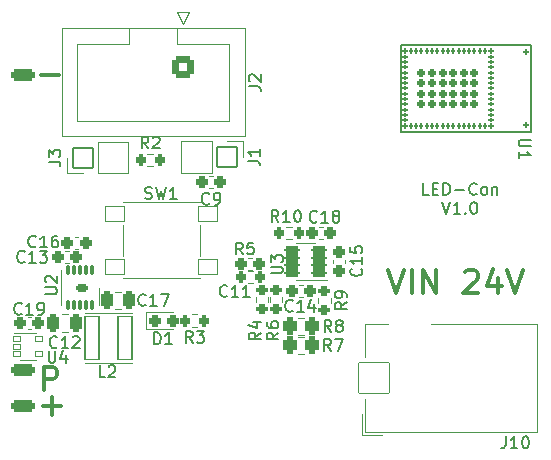
<source format=gto>
G04 #@! TF.GenerationSoftware,KiCad,Pcbnew,(6.0.7)*
G04 #@! TF.CreationDate,2022-10-27T11:46:26+02:00*
G04 #@! TF.ProjectId,Steuerung,53746575-6572-4756-9e67-2e6b69636164,rev?*
G04 #@! TF.SameCoordinates,Original*
G04 #@! TF.FileFunction,Legend,Top*
G04 #@! TF.FilePolarity,Positive*
%FSLAX46Y46*%
G04 Gerber Fmt 4.6, Leading zero omitted, Abs format (unit mm)*
G04 Created by KiCad (PCBNEW (6.0.7)) date 2022-10-27 11:46:26*
%MOMM*%
%LPD*%
G01*
G04 APERTURE LIST*
G04 Aperture macros list*
%AMRoundRect*
0 Rectangle with rounded corners*
0 $1 Rounding radius*
0 $2 $3 $4 $5 $6 $7 $8 $9 X,Y pos of 4 corners*
0 Add a 4 corners polygon primitive as box body*
4,1,4,$2,$3,$4,$5,$6,$7,$8,$9,$2,$3,0*
0 Add four circle primitives for the rounded corners*
1,1,$1+$1,$2,$3*
1,1,$1+$1,$4,$5*
1,1,$1+$1,$6,$7*
1,1,$1+$1,$8,$9*
0 Add four rect primitives between the rounded corners*
20,1,$1+$1,$2,$3,$4,$5,0*
20,1,$1+$1,$4,$5,$6,$7,0*
20,1,$1+$1,$6,$7,$8,$9,0*
20,1,$1+$1,$8,$9,$2,$3,0*%
G04 Aperture macros list end*
%ADD10C,0.150000*%
%ADD11C,0.300000*%
%ADD12C,0.120000*%
%ADD13RoundRect,0.275000X0.225000X0.250000X-0.225000X0.250000X-0.225000X-0.250000X0.225000X-0.250000X0*%
%ADD14RoundRect,0.250000X-0.200000X-0.275000X0.200000X-0.275000X0.200000X0.275000X-0.200000X0.275000X0*%
%ADD15RoundRect,0.300000X-0.750000X-0.250000X0.750000X-0.250000X0.750000X0.250000X-0.750000X0.250000X0*%
%ADD16RoundRect,0.300000X0.250000X0.475000X-0.250000X0.475000X-0.250000X-0.475000X0.250000X-0.475000X0*%
%ADD17RoundRect,0.275000X0.250000X-0.225000X0.250000X0.225000X-0.250000X0.225000X-0.250000X-0.225000X0*%
%ADD18RoundRect,0.137500X-0.087500X0.087500X-0.087500X-0.087500X0.087500X-0.087500X0.087500X0.087500X0*%
%ADD19RoundRect,0.125000X-0.075000X0.100000X-0.075000X-0.100000X0.075000X-0.100000X0.075000X0.100000X0*%
%ADD20RoundRect,0.125000X-0.100000X-0.075000X0.100000X-0.075000X0.100000X0.075000X-0.100000X0.075000X0*%
%ADD21RoundRect,0.125000X0.075000X-0.100000X0.075000X0.100000X-0.075000X0.100000X-0.075000X-0.100000X0*%
%ADD22RoundRect,0.125000X0.100000X0.075000X-0.100000X0.075000X-0.100000X-0.075000X0.100000X-0.075000X0*%
%ADD23RoundRect,0.200000X0.150000X0.150000X-0.150000X0.150000X-0.150000X-0.150000X0.150000X-0.150000X0*%
%ADD24RoundRect,0.157500X0.107500X0.107500X-0.107500X0.107500X-0.107500X-0.107500X0.107500X-0.107500X0*%
%ADD25RoundRect,0.268750X-0.218750X-0.256250X0.218750X-0.256250X0.218750X0.256250X-0.218750X0.256250X0*%
%ADD26RoundRect,0.050000X-0.325000X-0.200000X0.325000X-0.200000X0.325000X0.200000X-0.325000X0.200000X0*%
%ADD27RoundRect,0.050000X0.775000X0.650000X-0.775000X0.650000X-0.775000X-0.650000X0.775000X-0.650000X0*%
%ADD28C,3.300000*%
%ADD29RoundRect,0.250000X-0.275000X0.200000X-0.275000X-0.200000X0.275000X-0.200000X0.275000X0.200000X0*%
%ADD30RoundRect,0.050000X-0.600000X-1.850000X0.600000X-1.850000X0.600000X1.850000X-0.600000X1.850000X0*%
%ADD31RoundRect,0.050000X1.300000X-1.300000X1.300000X1.300000X-1.300000X1.300000X-1.300000X-1.300000X0*%
%ADD32C,2.700000*%
%ADD33RoundRect,0.112500X-0.062500X0.350000X-0.062500X-0.350000X0.062500X-0.350000X0.062500X0.350000X0*%
%ADD34RoundRect,0.205000X-0.335000X0.155000X-0.335000X-0.155000X0.335000X-0.155000X0.335000X0.155000X0*%
%ADD35RoundRect,0.250000X0.200000X0.275000X-0.200000X0.275000X-0.200000X-0.275000X0.200000X-0.275000X0*%
%ADD36RoundRect,0.300000X-0.600000X0.600000X-0.600000X-0.600000X0.600000X-0.600000X0.600000X0.600000X0*%
%ADD37C,1.800000*%
%ADD38RoundRect,0.050000X-0.850000X0.850000X-0.850000X-0.850000X0.850000X-0.850000X0.850000X0.850000X0*%
%ADD39O,1.800000X1.800000*%
%ADD40RoundRect,0.050000X0.850000X-0.850000X0.850000X0.850000X-0.850000X0.850000X-0.850000X-0.850000X0*%
%ADD41RoundRect,0.300000X-0.262500X-0.450000X0.262500X-0.450000X0.262500X0.450000X-0.262500X0.450000X0*%
%ADD42RoundRect,0.175000X0.537500X0.125000X-0.537500X0.125000X-0.537500X-0.125000X0.537500X-0.125000X0*%
%ADD43RoundRect,0.275000X-0.225000X-0.250000X0.225000X-0.250000X0.225000X0.250000X-0.225000X0.250000X0*%
G04 APERTURE END LIST*
D10*
X183833333Y-87647380D02*
X183357142Y-87647380D01*
X183357142Y-86647380D01*
X184166666Y-87123571D02*
X184500000Y-87123571D01*
X184642857Y-87647380D02*
X184166666Y-87647380D01*
X184166666Y-86647380D01*
X184642857Y-86647380D01*
X185071428Y-87647380D02*
X185071428Y-86647380D01*
X185309523Y-86647380D01*
X185452380Y-86695000D01*
X185547619Y-86790238D01*
X185595238Y-86885476D01*
X185642857Y-87075952D01*
X185642857Y-87218809D01*
X185595238Y-87409285D01*
X185547619Y-87504523D01*
X185452380Y-87599761D01*
X185309523Y-87647380D01*
X185071428Y-87647380D01*
X186071428Y-87266428D02*
X186833333Y-87266428D01*
X187880952Y-87552142D02*
X187833333Y-87599761D01*
X187690476Y-87647380D01*
X187595238Y-87647380D01*
X187452380Y-87599761D01*
X187357142Y-87504523D01*
X187309523Y-87409285D01*
X187261904Y-87218809D01*
X187261904Y-87075952D01*
X187309523Y-86885476D01*
X187357142Y-86790238D01*
X187452380Y-86695000D01*
X187595238Y-86647380D01*
X187690476Y-86647380D01*
X187833333Y-86695000D01*
X187880952Y-86742619D01*
X188452380Y-87647380D02*
X188357142Y-87599761D01*
X188309523Y-87552142D01*
X188261904Y-87456904D01*
X188261904Y-87171190D01*
X188309523Y-87075952D01*
X188357142Y-87028333D01*
X188452380Y-86980714D01*
X188595238Y-86980714D01*
X188690476Y-87028333D01*
X188738095Y-87075952D01*
X188785714Y-87171190D01*
X188785714Y-87456904D01*
X188738095Y-87552142D01*
X188690476Y-87599761D01*
X188595238Y-87647380D01*
X188452380Y-87647380D01*
X189214285Y-86980714D02*
X189214285Y-87647380D01*
X189214285Y-87075952D02*
X189261904Y-87028333D01*
X189357142Y-86980714D01*
X189500000Y-86980714D01*
X189595238Y-87028333D01*
X189642857Y-87123571D01*
X189642857Y-87647380D01*
X184976190Y-88257380D02*
X185309523Y-89257380D01*
X185642857Y-88257380D01*
X186500000Y-89257380D02*
X185928571Y-89257380D01*
X186214285Y-89257380D02*
X186214285Y-88257380D01*
X186119047Y-88400238D01*
X186023809Y-88495476D01*
X185928571Y-88543095D01*
X186928571Y-89162142D02*
X186976190Y-89209761D01*
X186928571Y-89257380D01*
X186880952Y-89209761D01*
X186928571Y-89162142D01*
X186928571Y-89257380D01*
X187595238Y-88257380D02*
X187690476Y-88257380D01*
X187785714Y-88305000D01*
X187833333Y-88352619D01*
X187880952Y-88447857D01*
X187928571Y-88638333D01*
X187928571Y-88876428D01*
X187880952Y-89066904D01*
X187833333Y-89162142D01*
X187785714Y-89209761D01*
X187690476Y-89257380D01*
X187595238Y-89257380D01*
X187500000Y-89209761D01*
X187452380Y-89162142D01*
X187404761Y-89066904D01*
X187357142Y-88876428D01*
X187357142Y-88638333D01*
X187404761Y-88447857D01*
X187452380Y-88352619D01*
X187500000Y-88305000D01*
X187595238Y-88257380D01*
D11*
X152711904Y-105492857D02*
X151188095Y-105492857D01*
X151950000Y-106254761D02*
X151950000Y-104730952D01*
X152511904Y-77492857D02*
X150988095Y-77492857D01*
X151226190Y-104204761D02*
X151226190Y-102204761D01*
X151988095Y-102204761D01*
X152178571Y-102300000D01*
X152273809Y-102395238D01*
X152369047Y-102585714D01*
X152369047Y-102871428D01*
X152273809Y-103061904D01*
X152178571Y-103157142D01*
X151988095Y-103252380D01*
X151226190Y-103252380D01*
X180385714Y-94004761D02*
X181052380Y-96004761D01*
X181719047Y-94004761D01*
X182385714Y-96004761D02*
X182385714Y-94004761D01*
X183338095Y-96004761D02*
X183338095Y-94004761D01*
X184480952Y-96004761D01*
X184480952Y-94004761D01*
X186861904Y-94195238D02*
X186957142Y-94100000D01*
X187147619Y-94004761D01*
X187623809Y-94004761D01*
X187814285Y-94100000D01*
X187909523Y-94195238D01*
X188004761Y-94385714D01*
X188004761Y-94576190D01*
X187909523Y-94861904D01*
X186766666Y-96004761D01*
X188004761Y-96004761D01*
X189719047Y-94671428D02*
X189719047Y-96004761D01*
X189242857Y-93909523D02*
X188766666Y-95338095D01*
X190004761Y-95338095D01*
X190480952Y-94004761D02*
X191147619Y-96004761D01*
X191814285Y-94004761D01*
D10*
X150557142Y-92007142D02*
X150509523Y-92054761D01*
X150366666Y-92102380D01*
X150271428Y-92102380D01*
X150128571Y-92054761D01*
X150033333Y-91959523D01*
X149985714Y-91864285D01*
X149938095Y-91673809D01*
X149938095Y-91530952D01*
X149985714Y-91340476D01*
X150033333Y-91245238D01*
X150128571Y-91150000D01*
X150271428Y-91102380D01*
X150366666Y-91102380D01*
X150509523Y-91150000D01*
X150557142Y-91197619D01*
X151509523Y-92102380D02*
X150938095Y-92102380D01*
X151223809Y-92102380D02*
X151223809Y-91102380D01*
X151128571Y-91245238D01*
X151033333Y-91340476D01*
X150938095Y-91388095D01*
X152366666Y-91102380D02*
X152176190Y-91102380D01*
X152080952Y-91150000D01*
X152033333Y-91197619D01*
X151938095Y-91340476D01*
X151890476Y-91530952D01*
X151890476Y-91911904D01*
X151938095Y-92007142D01*
X151985714Y-92054761D01*
X152080952Y-92102380D01*
X152271428Y-92102380D01*
X152366666Y-92054761D01*
X152414285Y-92007142D01*
X152461904Y-91911904D01*
X152461904Y-91673809D01*
X152414285Y-91578571D01*
X152366666Y-91530952D01*
X152271428Y-91483333D01*
X152080952Y-91483333D01*
X151985714Y-91530952D01*
X151938095Y-91578571D01*
X151890476Y-91673809D01*
X168083333Y-92702380D02*
X167750000Y-92226190D01*
X167511904Y-92702380D02*
X167511904Y-91702380D01*
X167892857Y-91702380D01*
X167988095Y-91750000D01*
X168035714Y-91797619D01*
X168083333Y-91892857D01*
X168083333Y-92035714D01*
X168035714Y-92130952D01*
X167988095Y-92178571D01*
X167892857Y-92226190D01*
X167511904Y-92226190D01*
X168988095Y-91702380D02*
X168511904Y-91702380D01*
X168464285Y-92178571D01*
X168511904Y-92130952D01*
X168607142Y-92083333D01*
X168845238Y-92083333D01*
X168940476Y-92130952D01*
X168988095Y-92178571D01*
X169035714Y-92273809D01*
X169035714Y-92511904D01*
X168988095Y-92607142D01*
X168940476Y-92654761D01*
X168845238Y-92702380D01*
X168607142Y-92702380D01*
X168511904Y-92654761D01*
X168464285Y-92607142D01*
X152357142Y-100537142D02*
X152309523Y-100584761D01*
X152166666Y-100632380D01*
X152071428Y-100632380D01*
X151928571Y-100584761D01*
X151833333Y-100489523D01*
X151785714Y-100394285D01*
X151738095Y-100203809D01*
X151738095Y-100060952D01*
X151785714Y-99870476D01*
X151833333Y-99775238D01*
X151928571Y-99680000D01*
X152071428Y-99632380D01*
X152166666Y-99632380D01*
X152309523Y-99680000D01*
X152357142Y-99727619D01*
X153309523Y-100632380D02*
X152738095Y-100632380D01*
X153023809Y-100632380D02*
X153023809Y-99632380D01*
X152928571Y-99775238D01*
X152833333Y-99870476D01*
X152738095Y-99918095D01*
X153690476Y-99727619D02*
X153738095Y-99680000D01*
X153833333Y-99632380D01*
X154071428Y-99632380D01*
X154166666Y-99680000D01*
X154214285Y-99727619D01*
X154261904Y-99822857D01*
X154261904Y-99918095D01*
X154214285Y-100060952D01*
X153642857Y-100632380D01*
X154261904Y-100632380D01*
X178107142Y-93892857D02*
X178154761Y-93940476D01*
X178202380Y-94083333D01*
X178202380Y-94178571D01*
X178154761Y-94321428D01*
X178059523Y-94416666D01*
X177964285Y-94464285D01*
X177773809Y-94511904D01*
X177630952Y-94511904D01*
X177440476Y-94464285D01*
X177345238Y-94416666D01*
X177250000Y-94321428D01*
X177202380Y-94178571D01*
X177202380Y-94083333D01*
X177250000Y-93940476D01*
X177297619Y-93892857D01*
X178202380Y-92940476D02*
X178202380Y-93511904D01*
X178202380Y-93226190D02*
X177202380Y-93226190D01*
X177345238Y-93321428D01*
X177440476Y-93416666D01*
X177488095Y-93511904D01*
X177202380Y-92035714D02*
X177202380Y-92511904D01*
X177678571Y-92559523D01*
X177630952Y-92511904D01*
X177583333Y-92416666D01*
X177583333Y-92178571D01*
X177630952Y-92083333D01*
X177678571Y-92035714D01*
X177773809Y-91988095D01*
X178011904Y-91988095D01*
X178107142Y-92035714D01*
X178154761Y-92083333D01*
X178202380Y-92178571D01*
X178202380Y-92416666D01*
X178154761Y-92511904D01*
X178107142Y-92559523D01*
X159857142Y-96957142D02*
X159809523Y-97004761D01*
X159666666Y-97052380D01*
X159571428Y-97052380D01*
X159428571Y-97004761D01*
X159333333Y-96909523D01*
X159285714Y-96814285D01*
X159238095Y-96623809D01*
X159238095Y-96480952D01*
X159285714Y-96290476D01*
X159333333Y-96195238D01*
X159428571Y-96100000D01*
X159571428Y-96052380D01*
X159666666Y-96052380D01*
X159809523Y-96100000D01*
X159857142Y-96147619D01*
X160809523Y-97052380D02*
X160238095Y-97052380D01*
X160523809Y-97052380D02*
X160523809Y-96052380D01*
X160428571Y-96195238D01*
X160333333Y-96290476D01*
X160238095Y-96338095D01*
X161142857Y-96052380D02*
X161809523Y-96052380D01*
X161380952Y-97052380D01*
X192447619Y-82988095D02*
X191638095Y-82988095D01*
X191542857Y-83035714D01*
X191495238Y-83083333D01*
X191447619Y-83178571D01*
X191447619Y-83369047D01*
X191495238Y-83464285D01*
X191542857Y-83511904D01*
X191638095Y-83559523D01*
X192447619Y-83559523D01*
X191447619Y-84559523D02*
X191447619Y-83988095D01*
X191447619Y-84273809D02*
X192447619Y-84273809D01*
X192304761Y-84178571D01*
X192209523Y-84083333D01*
X192161904Y-83988095D01*
X160561904Y-100302380D02*
X160561904Y-99302380D01*
X160800000Y-99302380D01*
X160942857Y-99350000D01*
X161038095Y-99445238D01*
X161085714Y-99540476D01*
X161133333Y-99730952D01*
X161133333Y-99873809D01*
X161085714Y-100064285D01*
X161038095Y-100159523D01*
X160942857Y-100254761D01*
X160800000Y-100302380D01*
X160561904Y-100302380D01*
X162085714Y-100302380D02*
X161514285Y-100302380D01*
X161800000Y-100302380D02*
X161800000Y-99302380D01*
X161704761Y-99445238D01*
X161609523Y-99540476D01*
X161514285Y-99588095D01*
X151638095Y-100852380D02*
X151638095Y-101661904D01*
X151685714Y-101757142D01*
X151733333Y-101804761D01*
X151828571Y-101852380D01*
X152019047Y-101852380D01*
X152114285Y-101804761D01*
X152161904Y-101757142D01*
X152209523Y-101661904D01*
X152209523Y-100852380D01*
X153114285Y-101185714D02*
X153114285Y-101852380D01*
X152876190Y-100804761D02*
X152638095Y-101519047D01*
X153257142Y-101519047D01*
X159816666Y-87954761D02*
X159959523Y-88002380D01*
X160197619Y-88002380D01*
X160292857Y-87954761D01*
X160340476Y-87907142D01*
X160388095Y-87811904D01*
X160388095Y-87716666D01*
X160340476Y-87621428D01*
X160292857Y-87573809D01*
X160197619Y-87526190D01*
X160007142Y-87478571D01*
X159911904Y-87430952D01*
X159864285Y-87383333D01*
X159816666Y-87288095D01*
X159816666Y-87192857D01*
X159864285Y-87097619D01*
X159911904Y-87050000D01*
X160007142Y-87002380D01*
X160245238Y-87002380D01*
X160388095Y-87050000D01*
X160721428Y-87002380D02*
X160959523Y-88002380D01*
X161150000Y-87288095D01*
X161340476Y-88002380D01*
X161578571Y-87002380D01*
X162483333Y-88002380D02*
X161911904Y-88002380D01*
X162197619Y-88002380D02*
X162197619Y-87002380D01*
X162102380Y-87145238D01*
X162007142Y-87240476D01*
X161911904Y-87288095D01*
X149607142Y-93307142D02*
X149559523Y-93354761D01*
X149416666Y-93402380D01*
X149321428Y-93402380D01*
X149178571Y-93354761D01*
X149083333Y-93259523D01*
X149035714Y-93164285D01*
X148988095Y-92973809D01*
X148988095Y-92830952D01*
X149035714Y-92640476D01*
X149083333Y-92545238D01*
X149178571Y-92450000D01*
X149321428Y-92402380D01*
X149416666Y-92402380D01*
X149559523Y-92450000D01*
X149607142Y-92497619D01*
X150559523Y-93402380D02*
X149988095Y-93402380D01*
X150273809Y-93402380D02*
X150273809Y-92402380D01*
X150178571Y-92545238D01*
X150083333Y-92640476D01*
X149988095Y-92688095D01*
X150892857Y-92402380D02*
X151511904Y-92402380D01*
X151178571Y-92783333D01*
X151321428Y-92783333D01*
X151416666Y-92830952D01*
X151464285Y-92878571D01*
X151511904Y-92973809D01*
X151511904Y-93211904D01*
X151464285Y-93307142D01*
X151416666Y-93354761D01*
X151321428Y-93402380D01*
X151035714Y-93402380D01*
X150940476Y-93354761D01*
X150892857Y-93307142D01*
X149357142Y-97707142D02*
X149309523Y-97754761D01*
X149166666Y-97802380D01*
X149071428Y-97802380D01*
X148928571Y-97754761D01*
X148833333Y-97659523D01*
X148785714Y-97564285D01*
X148738095Y-97373809D01*
X148738095Y-97230952D01*
X148785714Y-97040476D01*
X148833333Y-96945238D01*
X148928571Y-96850000D01*
X149071428Y-96802380D01*
X149166666Y-96802380D01*
X149309523Y-96850000D01*
X149357142Y-96897619D01*
X150309523Y-97802380D02*
X149738095Y-97802380D01*
X150023809Y-97802380D02*
X150023809Y-96802380D01*
X149928571Y-96945238D01*
X149833333Y-97040476D01*
X149738095Y-97088095D01*
X150785714Y-97802380D02*
X150976190Y-97802380D01*
X151071428Y-97754761D01*
X151119047Y-97707142D01*
X151214285Y-97564285D01*
X151261904Y-97373809D01*
X151261904Y-96992857D01*
X151214285Y-96897619D01*
X151166666Y-96850000D01*
X151071428Y-96802380D01*
X150880952Y-96802380D01*
X150785714Y-96850000D01*
X150738095Y-96897619D01*
X150690476Y-96992857D01*
X150690476Y-97230952D01*
X150738095Y-97326190D01*
X150785714Y-97373809D01*
X150880952Y-97421428D01*
X151071428Y-97421428D01*
X151166666Y-97373809D01*
X151214285Y-97326190D01*
X151261904Y-97230952D01*
X169602380Y-99316666D02*
X169126190Y-99650000D01*
X169602380Y-99888095D02*
X168602380Y-99888095D01*
X168602380Y-99507142D01*
X168650000Y-99411904D01*
X168697619Y-99364285D01*
X168792857Y-99316666D01*
X168935714Y-99316666D01*
X169030952Y-99364285D01*
X169078571Y-99411904D01*
X169126190Y-99507142D01*
X169126190Y-99888095D01*
X168935714Y-98459523D02*
X169602380Y-98459523D01*
X168554761Y-98697619D02*
X169269047Y-98935714D01*
X169269047Y-98316666D01*
X156433333Y-103102380D02*
X155957142Y-103102380D01*
X155957142Y-102102380D01*
X156719047Y-102197619D02*
X156766666Y-102150000D01*
X156861904Y-102102380D01*
X157100000Y-102102380D01*
X157195238Y-102150000D01*
X157242857Y-102197619D01*
X157290476Y-102292857D01*
X157290476Y-102388095D01*
X157242857Y-102530952D01*
X156671428Y-103102380D01*
X157290476Y-103102380D01*
X190340476Y-108102380D02*
X190340476Y-108816666D01*
X190292857Y-108959523D01*
X190197619Y-109054761D01*
X190054761Y-109102380D01*
X189959523Y-109102380D01*
X191340476Y-109102380D02*
X190769047Y-109102380D01*
X191054761Y-109102380D02*
X191054761Y-108102380D01*
X190959523Y-108245238D01*
X190864285Y-108340476D01*
X190769047Y-108388095D01*
X191959523Y-108102380D02*
X192054761Y-108102380D01*
X192150000Y-108150000D01*
X192197619Y-108197619D01*
X192245238Y-108292857D01*
X192292857Y-108483333D01*
X192292857Y-108721428D01*
X192245238Y-108911904D01*
X192197619Y-109007142D01*
X192150000Y-109054761D01*
X192054761Y-109102380D01*
X191959523Y-109102380D01*
X191864285Y-109054761D01*
X191816666Y-109007142D01*
X191769047Y-108911904D01*
X191721428Y-108721428D01*
X191721428Y-108483333D01*
X191769047Y-108292857D01*
X191816666Y-108197619D01*
X191864285Y-108150000D01*
X191959523Y-108102380D01*
X160083333Y-83722380D02*
X159750000Y-83246190D01*
X159511904Y-83722380D02*
X159511904Y-82722380D01*
X159892857Y-82722380D01*
X159988095Y-82770000D01*
X160035714Y-82817619D01*
X160083333Y-82912857D01*
X160083333Y-83055714D01*
X160035714Y-83150952D01*
X159988095Y-83198571D01*
X159892857Y-83246190D01*
X159511904Y-83246190D01*
X160464285Y-82817619D02*
X160511904Y-82770000D01*
X160607142Y-82722380D01*
X160845238Y-82722380D01*
X160940476Y-82770000D01*
X160988095Y-82817619D01*
X161035714Y-82912857D01*
X161035714Y-83008095D01*
X160988095Y-83150952D01*
X160416666Y-83722380D01*
X161035714Y-83722380D01*
X151352380Y-96061904D02*
X152161904Y-96061904D01*
X152257142Y-96014285D01*
X152304761Y-95966666D01*
X152352380Y-95871428D01*
X152352380Y-95680952D01*
X152304761Y-95585714D01*
X152257142Y-95538095D01*
X152161904Y-95490476D01*
X151352380Y-95490476D01*
X151447619Y-95061904D02*
X151400000Y-95014285D01*
X151352380Y-94919047D01*
X151352380Y-94680952D01*
X151400000Y-94585714D01*
X151447619Y-94538095D01*
X151542857Y-94490476D01*
X151638095Y-94490476D01*
X151780952Y-94538095D01*
X152352380Y-95109523D01*
X152352380Y-94490476D01*
X171107142Y-89952380D02*
X170773809Y-89476190D01*
X170535714Y-89952380D02*
X170535714Y-88952380D01*
X170916666Y-88952380D01*
X171011904Y-89000000D01*
X171059523Y-89047619D01*
X171107142Y-89142857D01*
X171107142Y-89285714D01*
X171059523Y-89380952D01*
X171011904Y-89428571D01*
X170916666Y-89476190D01*
X170535714Y-89476190D01*
X172059523Y-89952380D02*
X171488095Y-89952380D01*
X171773809Y-89952380D02*
X171773809Y-88952380D01*
X171678571Y-89095238D01*
X171583333Y-89190476D01*
X171488095Y-89238095D01*
X172678571Y-88952380D02*
X172773809Y-88952380D01*
X172869047Y-89000000D01*
X172916666Y-89047619D01*
X172964285Y-89142857D01*
X173011904Y-89333333D01*
X173011904Y-89571428D01*
X172964285Y-89761904D01*
X172916666Y-89857142D01*
X172869047Y-89904761D01*
X172773809Y-89952380D01*
X172678571Y-89952380D01*
X172583333Y-89904761D01*
X172535714Y-89857142D01*
X172488095Y-89761904D01*
X172440476Y-89571428D01*
X172440476Y-89333333D01*
X172488095Y-89142857D01*
X172535714Y-89047619D01*
X172583333Y-89000000D01*
X172678571Y-88952380D01*
X163833333Y-100182380D02*
X163500000Y-99706190D01*
X163261904Y-100182380D02*
X163261904Y-99182380D01*
X163642857Y-99182380D01*
X163738095Y-99230000D01*
X163785714Y-99277619D01*
X163833333Y-99372857D01*
X163833333Y-99515714D01*
X163785714Y-99610952D01*
X163738095Y-99658571D01*
X163642857Y-99706190D01*
X163261904Y-99706190D01*
X164166666Y-99182380D02*
X164785714Y-99182380D01*
X164452380Y-99563333D01*
X164595238Y-99563333D01*
X164690476Y-99610952D01*
X164738095Y-99658571D01*
X164785714Y-99753809D01*
X164785714Y-99991904D01*
X164738095Y-100087142D01*
X164690476Y-100134761D01*
X164595238Y-100182380D01*
X164309523Y-100182380D01*
X164214285Y-100134761D01*
X164166666Y-100087142D01*
X168597380Y-78450833D02*
X169311666Y-78450833D01*
X169454523Y-78498452D01*
X169549761Y-78593690D01*
X169597380Y-78736547D01*
X169597380Y-78831785D01*
X168692619Y-78022261D02*
X168645000Y-77974642D01*
X168597380Y-77879404D01*
X168597380Y-77641309D01*
X168645000Y-77546071D01*
X168692619Y-77498452D01*
X168787857Y-77450833D01*
X168883095Y-77450833D01*
X169025952Y-77498452D01*
X169597380Y-78069880D01*
X169597380Y-77450833D01*
X165233333Y-88387142D02*
X165185714Y-88434761D01*
X165042857Y-88482380D01*
X164947619Y-88482380D01*
X164804761Y-88434761D01*
X164709523Y-88339523D01*
X164661904Y-88244285D01*
X164614285Y-88053809D01*
X164614285Y-87910952D01*
X164661904Y-87720476D01*
X164709523Y-87625238D01*
X164804761Y-87530000D01*
X164947619Y-87482380D01*
X165042857Y-87482380D01*
X165185714Y-87530000D01*
X165233333Y-87577619D01*
X165709523Y-88482380D02*
X165900000Y-88482380D01*
X165995238Y-88434761D01*
X166042857Y-88387142D01*
X166138095Y-88244285D01*
X166185714Y-88053809D01*
X166185714Y-87672857D01*
X166138095Y-87577619D01*
X166090476Y-87530000D01*
X165995238Y-87482380D01*
X165804761Y-87482380D01*
X165709523Y-87530000D01*
X165661904Y-87577619D01*
X165614285Y-87672857D01*
X165614285Y-87910952D01*
X165661904Y-88006190D01*
X165709523Y-88053809D01*
X165804761Y-88101428D01*
X165995238Y-88101428D01*
X166090476Y-88053809D01*
X166138095Y-88006190D01*
X166185714Y-87910952D01*
X168532380Y-84783333D02*
X169246666Y-84783333D01*
X169389523Y-84830952D01*
X169484761Y-84926190D01*
X169532380Y-85069047D01*
X169532380Y-85164285D01*
X169532380Y-83783333D02*
X169532380Y-84354761D01*
X169532380Y-84069047D02*
X168532380Y-84069047D01*
X168675238Y-84164285D01*
X168770476Y-84259523D01*
X168818095Y-84354761D01*
X151647380Y-84833333D02*
X152361666Y-84833333D01*
X152504523Y-84880952D01*
X152599761Y-84976190D01*
X152647380Y-85119047D01*
X152647380Y-85214285D01*
X151647380Y-84452380D02*
X151647380Y-83833333D01*
X152028333Y-84166666D01*
X152028333Y-84023809D01*
X152075952Y-83928571D01*
X152123571Y-83880952D01*
X152218809Y-83833333D01*
X152456904Y-83833333D01*
X152552142Y-83880952D01*
X152599761Y-83928571D01*
X152647380Y-84023809D01*
X152647380Y-84309523D01*
X152599761Y-84404761D01*
X152552142Y-84452380D01*
X166757142Y-96207142D02*
X166709523Y-96254761D01*
X166566666Y-96302380D01*
X166471428Y-96302380D01*
X166328571Y-96254761D01*
X166233333Y-96159523D01*
X166185714Y-96064285D01*
X166138095Y-95873809D01*
X166138095Y-95730952D01*
X166185714Y-95540476D01*
X166233333Y-95445238D01*
X166328571Y-95350000D01*
X166471428Y-95302380D01*
X166566666Y-95302380D01*
X166709523Y-95350000D01*
X166757142Y-95397619D01*
X167709523Y-96302380D02*
X167138095Y-96302380D01*
X167423809Y-96302380D02*
X167423809Y-95302380D01*
X167328571Y-95445238D01*
X167233333Y-95540476D01*
X167138095Y-95588095D01*
X168661904Y-96302380D02*
X168090476Y-96302380D01*
X168376190Y-96302380D02*
X168376190Y-95302380D01*
X168280952Y-95445238D01*
X168185714Y-95540476D01*
X168090476Y-95588095D01*
X175583333Y-99252380D02*
X175250000Y-98776190D01*
X175011904Y-99252380D02*
X175011904Y-98252380D01*
X175392857Y-98252380D01*
X175488095Y-98300000D01*
X175535714Y-98347619D01*
X175583333Y-98442857D01*
X175583333Y-98585714D01*
X175535714Y-98680952D01*
X175488095Y-98728571D01*
X175392857Y-98776190D01*
X175011904Y-98776190D01*
X176154761Y-98680952D02*
X176059523Y-98633333D01*
X176011904Y-98585714D01*
X175964285Y-98490476D01*
X175964285Y-98442857D01*
X176011904Y-98347619D01*
X176059523Y-98300000D01*
X176154761Y-98252380D01*
X176345238Y-98252380D01*
X176440476Y-98300000D01*
X176488095Y-98347619D01*
X176535714Y-98442857D01*
X176535714Y-98490476D01*
X176488095Y-98585714D01*
X176440476Y-98633333D01*
X176345238Y-98680952D01*
X176154761Y-98680952D01*
X176059523Y-98728571D01*
X176011904Y-98776190D01*
X175964285Y-98871428D01*
X175964285Y-99061904D01*
X176011904Y-99157142D01*
X176059523Y-99204761D01*
X176154761Y-99252380D01*
X176345238Y-99252380D01*
X176440476Y-99204761D01*
X176488095Y-99157142D01*
X176535714Y-99061904D01*
X176535714Y-98871428D01*
X176488095Y-98776190D01*
X176440476Y-98728571D01*
X176345238Y-98680952D01*
X175533333Y-100852380D02*
X175200000Y-100376190D01*
X174961904Y-100852380D02*
X174961904Y-99852380D01*
X175342857Y-99852380D01*
X175438095Y-99900000D01*
X175485714Y-99947619D01*
X175533333Y-100042857D01*
X175533333Y-100185714D01*
X175485714Y-100280952D01*
X175438095Y-100328571D01*
X175342857Y-100376190D01*
X174961904Y-100376190D01*
X175866666Y-99852380D02*
X176533333Y-99852380D01*
X176104761Y-100852380D01*
X170452380Y-94311904D02*
X171261904Y-94311904D01*
X171357142Y-94264285D01*
X171404761Y-94216666D01*
X171452380Y-94121428D01*
X171452380Y-93930952D01*
X171404761Y-93835714D01*
X171357142Y-93788095D01*
X171261904Y-93740476D01*
X170452380Y-93740476D01*
X170452380Y-93359523D02*
X170452380Y-92740476D01*
X170833333Y-93073809D01*
X170833333Y-92930952D01*
X170880952Y-92835714D01*
X170928571Y-92788095D01*
X171023809Y-92740476D01*
X171261904Y-92740476D01*
X171357142Y-92788095D01*
X171404761Y-92835714D01*
X171452380Y-92930952D01*
X171452380Y-93216666D01*
X171404761Y-93311904D01*
X171357142Y-93359523D01*
X172307142Y-97457142D02*
X172259523Y-97504761D01*
X172116666Y-97552380D01*
X172021428Y-97552380D01*
X171878571Y-97504761D01*
X171783333Y-97409523D01*
X171735714Y-97314285D01*
X171688095Y-97123809D01*
X171688095Y-96980952D01*
X171735714Y-96790476D01*
X171783333Y-96695238D01*
X171878571Y-96600000D01*
X172021428Y-96552380D01*
X172116666Y-96552380D01*
X172259523Y-96600000D01*
X172307142Y-96647619D01*
X173259523Y-97552380D02*
X172688095Y-97552380D01*
X172973809Y-97552380D02*
X172973809Y-96552380D01*
X172878571Y-96695238D01*
X172783333Y-96790476D01*
X172688095Y-96838095D01*
X174116666Y-96885714D02*
X174116666Y-97552380D01*
X173878571Y-96504761D02*
X173640476Y-97219047D01*
X174259523Y-97219047D01*
X171102380Y-99316666D02*
X170626190Y-99650000D01*
X171102380Y-99888095D02*
X170102380Y-99888095D01*
X170102380Y-99507142D01*
X170150000Y-99411904D01*
X170197619Y-99364285D01*
X170292857Y-99316666D01*
X170435714Y-99316666D01*
X170530952Y-99364285D01*
X170578571Y-99411904D01*
X170626190Y-99507142D01*
X170626190Y-99888095D01*
X170102380Y-98459523D02*
X170102380Y-98650000D01*
X170150000Y-98745238D01*
X170197619Y-98792857D01*
X170340476Y-98888095D01*
X170530952Y-98935714D01*
X170911904Y-98935714D01*
X171007142Y-98888095D01*
X171054761Y-98840476D01*
X171102380Y-98745238D01*
X171102380Y-98554761D01*
X171054761Y-98459523D01*
X171007142Y-98411904D01*
X170911904Y-98364285D01*
X170673809Y-98364285D01*
X170578571Y-98411904D01*
X170530952Y-98459523D01*
X170483333Y-98554761D01*
X170483333Y-98745238D01*
X170530952Y-98840476D01*
X170578571Y-98888095D01*
X170673809Y-98935714D01*
X176882380Y-96766666D02*
X176406190Y-97100000D01*
X176882380Y-97338095D02*
X175882380Y-97338095D01*
X175882380Y-96957142D01*
X175930000Y-96861904D01*
X175977619Y-96814285D01*
X176072857Y-96766666D01*
X176215714Y-96766666D01*
X176310952Y-96814285D01*
X176358571Y-96861904D01*
X176406190Y-96957142D01*
X176406190Y-97338095D01*
X176882380Y-96290476D02*
X176882380Y-96100000D01*
X176834761Y-96004761D01*
X176787142Y-95957142D01*
X176644285Y-95861904D01*
X176453809Y-95814285D01*
X176072857Y-95814285D01*
X175977619Y-95861904D01*
X175930000Y-95909523D01*
X175882380Y-96004761D01*
X175882380Y-96195238D01*
X175930000Y-96290476D01*
X175977619Y-96338095D01*
X176072857Y-96385714D01*
X176310952Y-96385714D01*
X176406190Y-96338095D01*
X176453809Y-96290476D01*
X176501428Y-96195238D01*
X176501428Y-96004761D01*
X176453809Y-95909523D01*
X176406190Y-95861904D01*
X176310952Y-95814285D01*
X174357142Y-89907142D02*
X174309523Y-89954761D01*
X174166666Y-90002380D01*
X174071428Y-90002380D01*
X173928571Y-89954761D01*
X173833333Y-89859523D01*
X173785714Y-89764285D01*
X173738095Y-89573809D01*
X173738095Y-89430952D01*
X173785714Y-89240476D01*
X173833333Y-89145238D01*
X173928571Y-89050000D01*
X174071428Y-89002380D01*
X174166666Y-89002380D01*
X174309523Y-89050000D01*
X174357142Y-89097619D01*
X175309523Y-90002380D02*
X174738095Y-90002380D01*
X175023809Y-90002380D02*
X175023809Y-89002380D01*
X174928571Y-89145238D01*
X174833333Y-89240476D01*
X174738095Y-89288095D01*
X175880952Y-89430952D02*
X175785714Y-89383333D01*
X175738095Y-89335714D01*
X175690476Y-89240476D01*
X175690476Y-89192857D01*
X175738095Y-89097619D01*
X175785714Y-89050000D01*
X175880952Y-89002380D01*
X176071428Y-89002380D01*
X176166666Y-89050000D01*
X176214285Y-89097619D01*
X176261904Y-89192857D01*
X176261904Y-89240476D01*
X176214285Y-89335714D01*
X176166666Y-89383333D01*
X176071428Y-89430952D01*
X175880952Y-89430952D01*
X175785714Y-89478571D01*
X175738095Y-89526190D01*
X175690476Y-89621428D01*
X175690476Y-89811904D01*
X175738095Y-89907142D01*
X175785714Y-89954761D01*
X175880952Y-90002380D01*
X176071428Y-90002380D01*
X176166666Y-89954761D01*
X176214285Y-89907142D01*
X176261904Y-89811904D01*
X176261904Y-89621428D01*
X176214285Y-89526190D01*
X176166666Y-89478571D01*
X176071428Y-89430952D01*
D12*
X154140580Y-91190000D02*
X153859420Y-91190000D01*
X154140580Y-92210000D02*
X153859420Y-92210000D01*
X168512742Y-94077500D02*
X168987258Y-94077500D01*
X168512742Y-95122500D02*
X168987258Y-95122500D01*
X153261252Y-97765000D02*
X152738748Y-97765000D01*
X153261252Y-99235000D02*
X152738748Y-99235000D01*
X175690000Y-93440580D02*
X175690000Y-93159420D01*
X176710000Y-93440580D02*
X176710000Y-93159420D01*
X157761252Y-95865000D02*
X157238748Y-95865000D01*
X157761252Y-97335000D02*
X157238748Y-97335000D01*
D10*
X181500000Y-82300000D02*
X181500000Y-75000000D01*
X192500000Y-82300000D02*
X181500000Y-82300000D01*
X192500000Y-75000000D02*
X192500000Y-82300000D01*
X181500000Y-75000000D02*
X192500000Y-75000000D01*
D12*
X159915000Y-97565000D02*
X159915000Y-99035000D01*
X159915000Y-99035000D02*
X162200000Y-99035000D01*
X162200000Y-97565000D02*
X159915000Y-97565000D01*
X149200000Y-101660000D02*
X150600000Y-101660000D01*
X150600000Y-99340000D02*
X148700000Y-99340000D01*
X164430000Y-94700000D02*
X164430000Y-94730000D01*
X157970000Y-94730000D02*
X157970000Y-94700000D01*
X157970000Y-92800000D02*
X157970000Y-90200000D01*
X157970000Y-88270000D02*
X157970000Y-88300000D01*
X164430000Y-88270000D02*
X157970000Y-88270000D01*
X164430000Y-92800000D02*
X164430000Y-90200000D01*
X164430000Y-94730000D02*
X157970000Y-94730000D01*
X164430000Y-88270000D02*
X164430000Y-88300000D01*
X153340580Y-92390000D02*
X153059420Y-92390000D01*
X153340580Y-93410000D02*
X153059420Y-93410000D01*
X150140580Y-97990000D02*
X149859420Y-97990000D01*
X150140580Y-99010000D02*
X149859420Y-99010000D01*
X169177500Y-96262742D02*
X169177500Y-96737258D01*
X170222500Y-96262742D02*
X170222500Y-96737258D01*
X154700000Y-97700000D02*
X158700000Y-97700000D01*
X154700000Y-101900000D02*
X158700000Y-101900000D01*
X178160000Y-107990000D02*
X178160000Y-106250000D01*
X193000000Y-98550000D02*
X193000000Y-107750000D01*
X178400000Y-107750000D02*
X178400000Y-104950000D01*
X178400000Y-98550000D02*
X180400000Y-98550000D01*
X184000000Y-98550000D02*
X193000000Y-98550000D01*
X178400000Y-101350000D02*
X178400000Y-98550000D01*
X193000000Y-107750000D02*
X178400000Y-107750000D01*
X179900000Y-107990000D02*
X178160000Y-107990000D01*
X160012742Y-85222500D02*
X160487258Y-85222500D01*
X160012742Y-84177500D02*
X160487258Y-84177500D01*
X152690000Y-94000000D02*
X152690000Y-97000000D01*
X155910000Y-95500000D02*
X155910000Y-97000000D01*
X172237258Y-90377500D02*
X171762742Y-90377500D01*
X172237258Y-91422500D02*
X171762742Y-91422500D01*
X164237258Y-97777500D02*
X163762742Y-97777500D01*
X164237258Y-98822500D02*
X163762742Y-98822500D01*
X168255000Y-82677500D02*
X152755000Y-82677500D01*
X152755000Y-73557500D02*
X168255000Y-73557500D01*
X154055000Y-81367500D02*
X154055000Y-74867500D01*
X163045000Y-73167500D02*
X163545000Y-72167500D01*
X168255000Y-73557500D02*
X168255000Y-82677500D01*
X158455000Y-74867500D02*
X158455000Y-74867500D01*
X162545000Y-72167500D02*
X163045000Y-73167500D01*
X162555000Y-74867500D02*
X166955000Y-74867500D01*
X166955000Y-81367500D02*
X154055000Y-81367500D01*
X163545000Y-72167500D02*
X162545000Y-72167500D01*
X152755000Y-82677500D02*
X152755000Y-73557500D01*
X166955000Y-74867500D02*
X166955000Y-81367500D01*
X158455000Y-74867500D02*
X158455000Y-73557500D01*
X154055000Y-74867500D02*
X158455000Y-74867500D01*
X162555000Y-73557500D02*
X162555000Y-74867500D01*
X165540580Y-87110000D02*
X165259420Y-87110000D01*
X165540580Y-86090000D02*
X165259420Y-86090000D01*
X166750000Y-83120000D02*
X168080000Y-83120000D01*
X162880000Y-83120000D02*
X162880000Y-85780000D01*
X165480000Y-85780000D02*
X162880000Y-85780000D01*
X165480000Y-83120000D02*
X162880000Y-83120000D01*
X165480000Y-83120000D02*
X165480000Y-85780000D01*
X168080000Y-83120000D02*
X168080000Y-84450000D01*
X153195000Y-85830000D02*
X153195000Y-84500000D01*
X154525000Y-85830000D02*
X153195000Y-85830000D01*
X158395000Y-85830000D02*
X158395000Y-83170000D01*
X155795000Y-85830000D02*
X158395000Y-85830000D01*
X155795000Y-85830000D02*
X155795000Y-83170000D01*
X155795000Y-83170000D02*
X158395000Y-83170000D01*
X168840580Y-92990000D02*
X168559420Y-92990000D01*
X168840580Y-94010000D02*
X168559420Y-94010000D01*
X172772936Y-98065000D02*
X173227064Y-98065000D01*
X172772936Y-99535000D02*
X173227064Y-99535000D01*
X172772936Y-99665000D02*
X173227064Y-99665000D01*
X172772936Y-101135000D02*
X173227064Y-101135000D01*
X173400000Y-91740000D02*
X172600000Y-91740000D01*
X173400000Y-94860000D02*
X175200000Y-94860000D01*
X173400000Y-91740000D02*
X174200000Y-91740000D01*
X173400000Y-94860000D02*
X172600000Y-94860000D01*
X172859420Y-96310000D02*
X173140580Y-96310000D01*
X172859420Y-95290000D02*
X173140580Y-95290000D01*
X170377500Y-96262742D02*
X170377500Y-96737258D01*
X171422500Y-96262742D02*
X171422500Y-96737258D01*
X175522500Y-96362742D02*
X175522500Y-96837258D01*
X174477500Y-96362742D02*
X174477500Y-96837258D01*
X174559420Y-90390000D02*
X174840580Y-90390000D01*
X174559420Y-91410000D02*
X174840580Y-91410000D01*
%LPC*%
D13*
X154775000Y-91700000D03*
X153225000Y-91700000D03*
D14*
X167925000Y-94600000D03*
X169575000Y-94600000D03*
D15*
X149500000Y-105500000D03*
D16*
X153950000Y-98500000D03*
X152050000Y-98500000D03*
D17*
X176200000Y-94075000D03*
X176200000Y-92525000D03*
D16*
X158450000Y-96600000D03*
X156550000Y-96600000D03*
D18*
X189075000Y-75475000D03*
D19*
X188600000Y-75475000D03*
X188150000Y-75475000D03*
X187700000Y-75475000D03*
X187250000Y-75475000D03*
X186800000Y-75475000D03*
X186350000Y-75475000D03*
X185900000Y-75475000D03*
X185450000Y-75475000D03*
X185000000Y-75475000D03*
X184550000Y-75475000D03*
X184100000Y-75475000D03*
X183650000Y-75475000D03*
X183200000Y-75475000D03*
X182750000Y-75475000D03*
X182300000Y-75475000D03*
D18*
X181825000Y-75475000D03*
D20*
X181825000Y-75950000D03*
X181825000Y-76400000D03*
X181825000Y-76850000D03*
X181825000Y-77300000D03*
X181825000Y-77750000D03*
X181825000Y-78200000D03*
X181825000Y-78650000D03*
X181825000Y-79100000D03*
X181825000Y-79550000D03*
X181825000Y-80000000D03*
X181825000Y-80450000D03*
X181825000Y-80900000D03*
X181825000Y-81350000D03*
D18*
X181825000Y-81825000D03*
D21*
X182300000Y-81825000D03*
X182750000Y-81825000D03*
X183200000Y-81825000D03*
X183650000Y-81825000D03*
X184100000Y-81825000D03*
X184550000Y-81825000D03*
X185000000Y-81825000D03*
X185450000Y-81825000D03*
X185900000Y-81825000D03*
X186350000Y-81825000D03*
X186800000Y-81825000D03*
X187250000Y-81825000D03*
X187700000Y-81825000D03*
X188150000Y-81825000D03*
D19*
X188600000Y-81825000D03*
D18*
X189075000Y-81825000D03*
D22*
X189075000Y-81350000D03*
X189075000Y-80900000D03*
X189075000Y-80450000D03*
X189075000Y-80000000D03*
X189075000Y-79550000D03*
X189075000Y-79100000D03*
X189075000Y-78650000D03*
X189075000Y-78200000D03*
X189075000Y-77750000D03*
X189075000Y-77300000D03*
X189075000Y-76850000D03*
X189075000Y-76400000D03*
X189075000Y-75950000D03*
D23*
X187700000Y-77300000D03*
X186800000Y-77300000D03*
X185900000Y-77300000D03*
X185000000Y-77300000D03*
X184100000Y-77300000D03*
X183200000Y-77300000D03*
X183200000Y-78200000D03*
X183200000Y-79100000D03*
X183200000Y-80000000D03*
X184100000Y-80000000D03*
X185000000Y-80000000D03*
X185900000Y-80000000D03*
X186800000Y-80000000D03*
X187700000Y-80000000D03*
X187700000Y-79100000D03*
X187700000Y-78200000D03*
X186800000Y-78200000D03*
X185900000Y-78200000D03*
X185000000Y-78200000D03*
X184100000Y-78200000D03*
X184100000Y-79100000D03*
X185000000Y-79100000D03*
X185900000Y-79100000D03*
X186800000Y-79100000D03*
D24*
X192035000Y-75600000D03*
X192035000Y-81700000D03*
D25*
X160612500Y-98300000D03*
X162187500Y-98300000D03*
D26*
X148950000Y-99850000D03*
X148950000Y-100500000D03*
X148950000Y-101150000D03*
X150850000Y-101150000D03*
X150850000Y-99850000D03*
D27*
X157225000Y-93750000D03*
X165175000Y-93750000D03*
X157225000Y-89250000D03*
X165175000Y-89250000D03*
D28*
X173000000Y-105500000D03*
D13*
X153975000Y-92900000D03*
X152425000Y-92900000D03*
X150775000Y-98500000D03*
X149225000Y-98500000D03*
D29*
X169700000Y-95675000D03*
X169700000Y-97325000D03*
D30*
X155300000Y-99800000D03*
X158100000Y-99800000D03*
D31*
X179200000Y-103150000D03*
D32*
X185200000Y-103150000D03*
X182200000Y-98450000D03*
D28*
X173000000Y-77500000D03*
D14*
X159425000Y-84700000D03*
X161075000Y-84700000D03*
D33*
X155300000Y-94037500D03*
X154800000Y-94037500D03*
X154300000Y-94037500D03*
X153800000Y-94037500D03*
X153300000Y-94037500D03*
X153300000Y-96962500D03*
X153800000Y-96962500D03*
X154300000Y-96962500D03*
X154800000Y-96962500D03*
X155300000Y-96962500D03*
D34*
X154450000Y-95500000D03*
D35*
X172825000Y-90900000D03*
X171175000Y-90900000D03*
X164825000Y-98300000D03*
X163175000Y-98300000D03*
D36*
X163045000Y-76847500D03*
D37*
X163045000Y-79387500D03*
X160505000Y-76847500D03*
X160505000Y-79387500D03*
X157965000Y-76847500D03*
X157965000Y-79387500D03*
D13*
X166175000Y-86600000D03*
X164625000Y-86600000D03*
D38*
X166750000Y-84450000D03*
D39*
X164210000Y-84450000D03*
D15*
X149500000Y-77500000D03*
D40*
X154525000Y-84500000D03*
D39*
X157065000Y-84500000D03*
D13*
X169475000Y-93500000D03*
X167925000Y-93500000D03*
D15*
X149500000Y-102500000D03*
D41*
X172087500Y-98800000D03*
X173912500Y-98800000D03*
X172087500Y-100400000D03*
X173912500Y-100400000D03*
D42*
X174537500Y-94275000D03*
X174537500Y-93625000D03*
X174537500Y-92975000D03*
X174537500Y-92325000D03*
X172262500Y-92325000D03*
X172262500Y-92975000D03*
X172262500Y-93625000D03*
X172262500Y-94275000D03*
D43*
X172225000Y-95800000D03*
X173775000Y-95800000D03*
D29*
X170900000Y-95675000D03*
X170900000Y-97325000D03*
X175000000Y-95775000D03*
X175000000Y-97425000D03*
D43*
X173925000Y-90900000D03*
X175475000Y-90900000D03*
M02*

</source>
